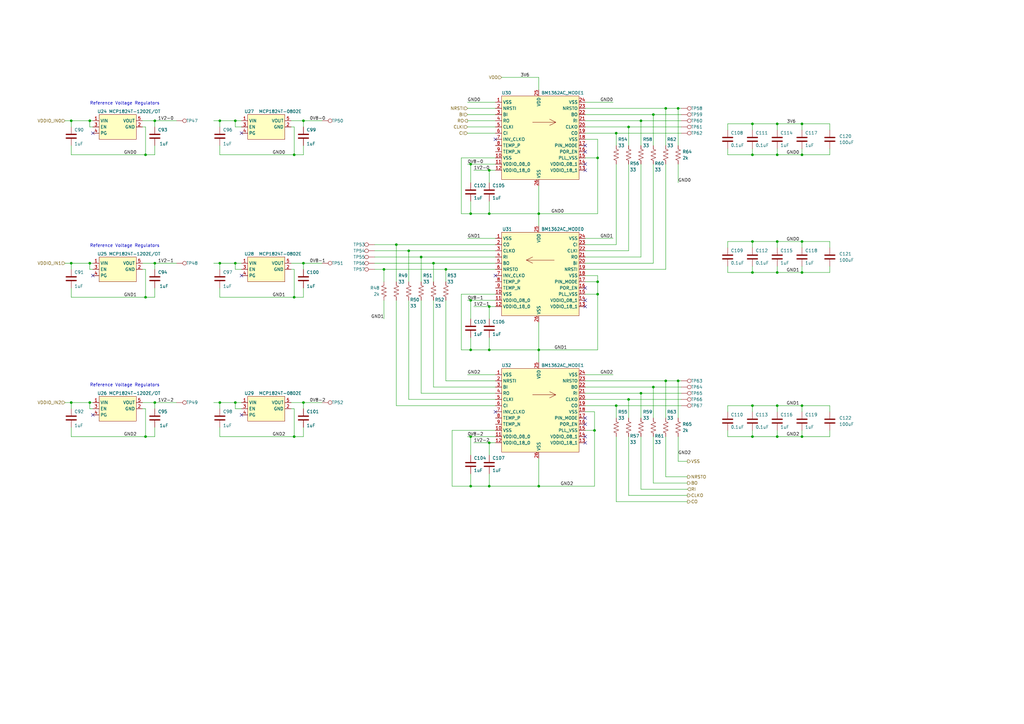
<source format=kicad_sch>
(kicad_sch (version 20231120) (generator "eeschema") (generator_version "8.0")
  (paper "A3")
  (junction (at 29.21 165.1) (diameter 0.9144))
  (junction (at 193.04 179.07))
  (junction (at 193.04 67.31))
  (junction (at 252.73 166.37))
  (junction (at 90.17 107.95) (diameter 0.9144))
  (junction (at 318.77 50.8) (diameter 0.9144))
  (junction (at 200.66 69.85))
  (junction (at 318.77 99.06) (diameter 0.9144))
  (junction (at 245.11 115.57))
  (junction (at 90.17 165.1) (diameter 0.9144))
  (junction (at 245.11 120.65))
  (junction (at 273.05 44.45))
  (junction (at 308.61 166.37) (diameter 0.9144))
  (junction (at 267.97 46.99))
  (junction (at 29.21 107.95) (diameter 0.9144))
  (junction (at 59.69 179.07) (diameter 0.9144))
  (junction (at 220.98 143.51))
  (junction (at 308.61 63.5) (diameter 0.9144))
  (junction (at 36.83 107.95))
  (junction (at 167.64 102.87))
  (junction (at 273.05 156.21))
  (junction (at 243.84 176.53))
  (junction (at 200.66 181.61))
  (junction (at 200.66 143.51))
  (junction (at 200.66 199.39))
  (junction (at 90.17 49.53) (diameter 0.9144))
  (junction (at 177.8 107.95))
  (junction (at 328.93 50.8))
  (junction (at 328.93 111.76))
  (junction (at 257.81 52.07))
  (junction (at 318.77 179.07) (diameter 0.9144))
  (junction (at 308.61 50.8) (diameter 0.9144))
  (junction (at 193.04 199.39))
  (junction (at 162.56 100.33))
  (junction (at 252.73 54.61))
  (junction (at 120.65 121.92) (diameter 0.9144))
  (junction (at 318.77 111.76) (diameter 0.9144))
  (junction (at 200.66 125.73))
  (junction (at 220.98 199.39))
  (junction (at 36.83 49.53))
  (junction (at 245.11 64.77))
  (junction (at 157.48 110.49))
  (junction (at 193.04 143.51))
  (junction (at 318.77 63.5) (diameter 0.9144))
  (junction (at 96.52 107.95))
  (junction (at 262.89 49.53))
  (junction (at 308.61 99.06) (diameter 0.9144))
  (junction (at 267.97 158.75))
  (junction (at 308.61 179.07) (diameter 0.9144))
  (junction (at 262.89 161.29))
  (junction (at 257.81 163.83))
  (junction (at 328.93 166.37))
  (junction (at 63.5 107.95) (diameter 0.9144))
  (junction (at 96.52 49.53))
  (junction (at 193.04 123.19))
  (junction (at 96.52 165.1))
  (junction (at 308.61 111.76) (diameter 0.9144))
  (junction (at 120.65 179.07) (diameter 0.9144))
  (junction (at 124.46 49.53) (diameter 0.9144))
  (junction (at 182.88 110.49))
  (junction (at 193.04 87.63))
  (junction (at 63.5 49.53) (diameter 0.9144))
  (junction (at 278.13 156.21))
  (junction (at 328.93 179.07))
  (junction (at 328.93 63.5))
  (junction (at 278.13 44.45))
  (junction (at 124.46 107.95) (diameter 0.9144))
  (junction (at 318.77 166.37) (diameter 0.9144))
  (junction (at 59.69 121.92) (diameter 0.9144))
  (junction (at 328.93 99.06))
  (junction (at 124.46 165.1) (diameter 0.9144))
  (junction (at 36.83 165.1))
  (junction (at 172.72 105.41))
  (junction (at 29.21 49.53) (diameter 0.9144))
  (junction (at 120.65 63.5) (diameter 0.9144))
  (junction (at 200.66 87.63))
  (junction (at 220.98 87.63))
  (junction (at 63.5 165.1) (diameter 0.9144))
  (junction (at 59.69 63.5) (diameter 0.9144))
  (no_connect (at 99.06 170.18))
  (no_connect (at 240.03 173.99))
  (no_connect (at 99.06 113.03))
  (no_connect (at 99.06 54.61))
  (no_connect (at 240.03 181.61))
  (no_connect (at 240.03 69.85))
  (no_connect (at 203.2 168.91))
  (no_connect (at 38.1 113.03))
  (no_connect (at 240.03 125.73))
  (no_connect (at 203.2 113.03))
  (no_connect (at 240.03 179.07))
  (no_connect (at 240.03 62.23))
  (no_connect (at 240.03 171.45))
  (no_connect (at 240.03 67.31))
  (no_connect (at 240.03 118.11))
  (no_connect (at 38.1 54.61))
  (no_connect (at 240.03 59.69))
  (no_connect (at 38.1 170.18))
  (no_connect (at 203.2 57.15))
  (no_connect (at 240.03 123.19))
  (wire (pts (xy 96.52 167.64) (xy 96.52 165.1)))
  (wire (pts (xy 252.73 54.61) (xy 252.73 59.69)))
  (wire (pts (xy 36.83 165.1) (xy 38.1 165.1)))
  (wire (pts (xy 278.13 156.21) (xy 273.05 156.21)))
  (wire (pts (xy 193.04 194.31) (xy 193.04 199.39)))
  (wire (pts (xy 182.88 110.49) (xy 203.2 110.49)))
  (wire (pts (xy 340.36 101.6) (xy 340.36 99.06)))
  (wire (pts (xy 63.5 107.95) (xy 72.39 107.95)))
  (wire (pts (xy 177.8 158.75) (xy 203.2 158.75)))
  (wire (pts (xy 262.89 67.31) (xy 262.89 105.41)))
  (wire (pts (xy 191.77 41.91) (xy 203.2 41.91)))
  (wire (pts (xy 29.21 118.11) (xy 29.21 121.92)))
  (wire (pts (xy 191.77 44.45) (xy 203.2 44.45)))
  (wire (pts (xy 63.5 59.69) (xy 63.5 63.5)))
  (wire (pts (xy 240.03 161.29) (xy 262.89 161.29)))
  (wire (pts (xy 298.45 50.8) (xy 308.61 50.8)))
  (wire (pts (xy 63.5 165.1) (xy 63.5 167.64)))
  (wire (pts (xy 308.61 179.07) (xy 318.77 179.07)))
  (wire (pts (xy 63.5 49.53) (xy 63.5 52.07)))
  (wire (pts (xy 58.42 165.1) (xy 63.5 165.1)))
  (wire (pts (xy 245.11 57.15) (xy 240.03 57.15)))
  (wire (pts (xy 120.65 63.5) (xy 90.17 63.5)))
  (wire (pts (xy 262.89 200.66) (xy 281.94 200.66)))
  (wire (pts (xy 124.46 49.53) (xy 132.08 49.53)))
  (wire (pts (xy 96.52 49.53) (xy 99.06 49.53)))
  (wire (pts (xy 318.77 109.22) (xy 318.77 111.76)))
  (wire (pts (xy 308.61 109.22) (xy 308.61 111.76)))
  (wire (pts (xy 240.03 158.75) (xy 267.97 158.75)))
  (wire (pts (xy 243.84 199.39) (xy 220.98 199.39)))
  (wire (pts (xy 273.05 44.45) (xy 273.05 59.69)))
  (wire (pts (xy 340.36 60.96) (xy 340.36 63.5)))
  (wire (pts (xy 157.48 123.19) (xy 157.48 130.81)))
  (wire (pts (xy 245.11 87.63) (xy 245.11 64.77)))
  (wire (pts (xy 193.04 199.39) (xy 200.66 199.39)))
  (wire (pts (xy 308.61 111.76) (xy 298.45 111.76)))
  (wire (pts (xy 203.2 107.95) (xy 177.8 107.95)))
  (wire (pts (xy 194.31 125.73) (xy 200.66 125.73)))
  (wire (pts (xy 257.81 52.07) (xy 279.4 52.07)))
  (wire (pts (xy 185.42 199.39) (xy 193.04 199.39)))
  (wire (pts (xy 193.04 67.31) (xy 193.04 74.93)))
  (wire (pts (xy 278.13 179.07) (xy 278.13 189.23)))
  (wire (pts (xy 200.66 181.61) (xy 200.66 186.69)))
  (wire (pts (xy 96.52 165.1) (xy 99.06 165.1)))
  (wire (pts (xy 298.45 101.6) (xy 298.45 99.06)))
  (wire (pts (xy 120.65 52.07) (xy 119.38 52.07)))
  (wire (pts (xy 63.5 175.26) (xy 63.5 179.07)))
  (wire (pts (xy 245.11 115.57) (xy 245.11 113.03)))
  (wire (pts (xy 278.13 44.45) (xy 273.05 44.45)))
  (wire (pts (xy 36.83 167.64) (xy 38.1 167.64)))
  (wire (pts (xy 182.88 156.21) (xy 182.88 123.19)))
  (wire (pts (xy 191.77 52.07) (xy 203.2 52.07)))
  (wire (pts (xy 153.67 107.95) (xy 177.8 107.95)))
  (wire (pts (xy 29.21 59.69) (xy 29.21 63.5)))
  (wire (pts (xy 119.38 165.1) (xy 124.46 165.1)))
  (wire (pts (xy 90.17 49.53) (xy 96.52 49.53)))
  (wire (pts (xy 273.05 156.21) (xy 240.03 156.21)))
  (wire (pts (xy 328.93 63.5) (xy 318.77 63.5)))
  (wire (pts (xy 328.93 179.07) (xy 340.36 179.07)))
  (wire (pts (xy 257.81 52.07) (xy 257.81 59.69)))
  (wire (pts (xy 167.64 102.87) (xy 203.2 102.87)))
  (wire (pts (xy 328.93 50.8) (xy 340.36 50.8)))
  (wire (pts (xy 278.13 156.21) (xy 278.13 171.45)))
  (wire (pts (xy 36.83 110.49) (xy 36.83 107.95)))
  (wire (pts (xy 124.46 165.1) (xy 132.08 165.1)))
  (wire (pts (xy 90.17 107.95) (xy 90.17 110.49)))
  (wire (pts (xy 308.61 63.5) (xy 318.77 63.5)))
  (wire (pts (xy 240.03 49.53) (xy 262.89 49.53)))
  (wire (pts (xy 340.36 53.34) (xy 340.36 50.8)))
  (wire (pts (xy 191.77 67.31) (xy 193.04 67.31)))
  (wire (pts (xy 257.81 163.83) (xy 240.03 163.83)))
  (wire (pts (xy 278.13 44.45) (xy 278.13 59.69)))
  (wire (pts (xy 308.61 166.37) (xy 318.77 166.37)))
  (wire (pts (xy 220.98 87.63) (xy 245.11 87.63)))
  (wire (pts (xy 279.4 156.21) (xy 278.13 156.21)))
  (wire (pts (xy 318.77 50.8) (xy 328.93 50.8)))
  (wire (pts (xy 124.46 165.1) (xy 124.46 167.64)))
  (wire (pts (xy 29.21 121.92) (xy 59.69 121.92)))
  (wire (pts (xy 328.93 166.37) (xy 340.36 166.37)))
  (wire (pts (xy 267.97 67.31) (xy 267.97 107.95)))
  (wire (pts (xy 193.04 67.31) (xy 203.2 67.31)))
  (wire (pts (xy 58.42 107.95) (xy 63.5 107.95)))
  (wire (pts (xy 182.88 115.57) (xy 182.88 110.49)))
  (wire (pts (xy 298.45 176.53) (xy 298.45 179.07)))
  (wire (pts (xy 90.17 165.1) (xy 96.52 165.1)))
  (wire (pts (xy 328.93 176.53) (xy 328.93 179.07)))
  (wire (pts (xy 240.03 46.99) (xy 267.97 46.99)))
  (wire (pts (xy 191.77 97.79) (xy 203.2 97.79)))
  (wire (pts (xy 191.77 153.67) (xy 203.2 153.67)))
  (wire (pts (xy 298.45 109.22) (xy 298.45 111.76)))
  (wire (pts (xy 318.77 168.91) (xy 318.77 166.37)))
  (wire (pts (xy 191.77 49.53) (xy 203.2 49.53)))
  (wire (pts (xy 220.98 87.63) (xy 220.98 92.71)))
  (wire (pts (xy 298.45 60.96) (xy 298.45 63.5)))
  (wire (pts (xy 240.03 110.49) (xy 273.05 110.49)))
  (wire (pts (xy 59.69 110.49) (xy 58.42 110.49)))
  (wire (pts (xy 59.69 110.49) (xy 59.69 121.92)))
  (wire (pts (xy 273.05 195.58) (xy 281.94 195.58)))
  (wire (pts (xy 273.05 156.21) (xy 273.05 171.45)))
  (wire (pts (xy 200.66 194.31) (xy 200.66 199.39)))
  (wire (pts (xy 203.2 100.33) (xy 162.56 100.33)))
  (wire (pts (xy 308.61 179.07) (xy 298.45 179.07)))
  (wire (pts (xy 120.65 52.07) (xy 120.65 63.5)))
  (wire (pts (xy 308.61 101.6) (xy 308.61 99.06)))
  (wire (pts (xy 124.46 59.69) (xy 124.46 63.5)))
  (wire (pts (xy 29.21 175.26) (xy 29.21 179.07)))
  (wire (pts (xy 153.67 105.41) (xy 172.72 105.41)))
  (wire (pts (xy 87.63 49.53) (xy 90.17 49.53)))
  (wire (pts (xy 340.36 109.22) (xy 340.36 111.76)))
  (wire (pts (xy 87.63 165.1) (xy 90.17 165.1)))
  (wire (pts (xy 203.2 120.65) (xy 189.23 120.65)))
  (wire (pts (xy 162.56 100.33) (xy 162.56 115.57)))
  (wire (pts (xy 29.21 49.53) (xy 36.83 49.53)))
  (wire (pts (xy 308.61 63.5) (xy 298.45 63.5)))
  (wire (pts (xy 267.97 179.07) (xy 267.97 198.12)))
  (wire (pts (xy 96.52 167.64) (xy 99.06 167.64)))
  (wire (pts (xy 318.77 166.37) (xy 328.93 166.37)))
  (wire (pts (xy 252.73 166.37) (xy 252.73 171.45)))
  (wire (pts (xy 124.46 49.53) (xy 124.46 52.07)))
  (wire (pts (xy 340.36 168.91) (xy 340.36 166.37)))
  (wire (pts (xy 120.65 179.07) (xy 90.17 179.07)))
  (wire (pts (xy 240.03 41.91) (xy 251.46 41.91)))
  (wire (pts (xy 328.93 179.07) (xy 318.77 179.07)))
  (wire (pts (xy 29.21 107.95) (xy 36.83 107.95)))
  (wire (pts (xy 308.61 176.53) (xy 308.61 179.07)))
  (wire (pts (xy 245.11 120.65) (xy 245.11 115.57)))
  (wire (pts (xy 298.45 166.37) (xy 308.61 166.37)))
  (wire (pts (xy 273.05 67.31) (xy 273.05 110.49)))
  (wire (pts (xy 59.69 167.64) (xy 58.42 167.64)))
  (wire (pts (xy 124.46 121.92) (xy 120.65 121.92)))
  (wire (pts (xy 203.2 163.83) (xy 167.64 163.83)))
  (wire (pts (xy 124.46 107.95) (xy 132.08 107.95)))
  (wire (pts (xy 279.4 44.45) (xy 278.13 44.45)))
  (wire (pts (xy 220.98 76.2) (xy 220.98 87.63)))
  (wire (pts (xy 193.04 123.19) (xy 203.2 123.19)))
  (wire (pts (xy 193.04 123.19) (xy 193.04 130.81)))
  (wire (pts (xy 240.03 115.57) (xy 245.11 115.57)))
  (wire (pts (xy 308.61 168.91) (xy 308.61 166.37)))
  (wire (pts (xy 200.66 69.85) (xy 203.2 69.85)))
  (wire (pts (xy 318.77 99.06) (xy 328.93 99.06)))
  (wire (pts (xy 267.97 46.99) (xy 279.4 46.99)))
  (wire (pts (xy 318.77 60.96) (xy 318.77 63.5)))
  (wire (pts (xy 328.93 53.34) (xy 328.93 50.8)))
  (wire (pts (xy 124.46 107.95) (xy 124.46 110.49)))
  (wire (pts (xy 308.61 60.96) (xy 308.61 63.5)))
  (wire (pts (xy 240.03 64.77) (xy 245.11 64.77)))
  (wire (pts (xy 59.69 52.07) (xy 58.42 52.07)))
  (wire (pts (xy 63.5 49.53) (xy 72.39 49.53)))
  (wire (pts (xy 59.69 167.64) (xy 59.69 179.07)))
  (wire (pts (xy 243.84 176.53) (xy 243.84 199.39)))
  (wire (pts (xy 58.42 49.53) (xy 63.5 49.53)))
  (wire (pts (xy 193.04 87.63) (xy 200.66 87.63)))
  (wire (pts (xy 340.36 176.53) (xy 340.36 179.07)))
  (wire (pts (xy 200.66 125.73) (xy 200.66 130.81)))
  (wire (pts (xy 251.46 153.67) (xy 240.03 153.67)))
  (wire (pts (xy 267.97 46.99) (xy 267.97 59.69)))
  (wire (pts (xy 240.03 120.65) (xy 245.11 120.65)))
  (wire (pts (xy 200.66 69.85) (xy 200.66 74.93)))
  (wire (pts (xy 120.65 121.92) (xy 90.17 121.92)))
  (wire (pts (xy 298.45 168.91) (xy 298.45 166.37)))
  (wire (pts (xy 96.52 110.49) (xy 96.52 107.95)))
  (wire (pts (xy 252.73 54.61) (xy 279.4 54.61)))
  (wire (pts (xy 90.17 59.69) (xy 90.17 63.5)))
  (wire (pts (xy 203.2 64.77) (xy 189.23 64.77)))
  (wire (pts (xy 267.97 198.12) (xy 281.94 198.12)))
  (wire (pts (xy 124.46 179.07) (xy 120.65 179.07)))
  (wire (pts (xy 240.03 102.87) (xy 257.81 102.87)))
  (wire (pts (xy 194.31 181.61) (xy 200.66 181.61)))
  (wire (pts (xy 157.48 110.49) (xy 182.88 110.49)))
  (wire (pts (xy 90.17 118.11) (xy 90.17 121.92)))
  (wire (pts (xy 177.8 107.95) (xy 177.8 115.57)))
  (wire (pts (xy 120.65 167.64) (xy 120.65 179.07)))
  (wire (pts (xy 298.45 99.06) (xy 308.61 99.06)))
  (wire (pts (xy 262.89 161.29) (xy 279.4 161.29)))
  (wire (pts (xy 36.83 49.53) (xy 38.1 49.53)))
  (wire (pts (xy 124.46 175.26) (xy 124.46 179.07)))
  (wire (pts (xy 36.83 110.49) (xy 38.1 110.49)))
  (wire (pts (xy 189.23 64.77) (xy 189.23 87.63)))
  (wire (pts (xy 200.66 87.63) (xy 220.98 87.63)))
  (wire (pts (xy 191.77 179.07) (xy 193.04 179.07)))
  (wire (pts (xy 240.03 166.37) (xy 252.73 166.37)))
  (wire (pts (xy 245.11 113.03) (xy 240.03 113.03)))
  (wire (pts (xy 162.56 166.37) (xy 203.2 166.37)))
  (wire (pts (xy 220.98 199.39) (xy 200.66 199.39)))
  (wire (pts (xy 308.61 99.06) (xy 318.77 99.06)))
  (wire (pts (xy 262.89 49.53) (xy 279.4 49.53)))
  (wire (pts (xy 63.5 179.07) (xy 59.69 179.07)))
  (wire (pts (xy 205.74 31.75) (xy 220.98 31.75)))
  (wire (pts (xy 193.04 138.43) (xy 193.04 143.51)))
  (wire (pts (xy 328.93 111.76) (xy 318.77 111.76)))
  (wire (pts (xy 36.83 52.07) (xy 36.83 49.53)))
  (wire (pts (xy 193.04 82.55) (xy 193.04 87.63)))
  (wire (pts (xy 318.77 101.6) (xy 318.77 99.06)))
  (wire (pts (xy 90.17 175.26) (xy 90.17 179.07)))
  (wire (pts (xy 29.21 165.1) (xy 29.21 167.64)))
  (wire (pts (xy 257.81 203.2) (xy 281.94 203.2)))
  (wire (pts (xy 36.83 107.95) (xy 38.1 107.95)))
  (wire (pts (xy 318.77 53.34) (xy 318.77 50.8)))
  (wire (pts (xy 240.03 54.61) (xy 252.73 54.61)))
  (wire (pts (xy 220.98 187.96) (xy 220.98 199.39)))
  (wire (pts (xy 262.89 161.29) (xy 262.89 171.45)))
  (wire (pts (xy 29.21 165.1) (xy 36.83 165.1)))
  (wire (pts (xy 191.77 54.61) (xy 203.2 54.61)))
  (wire (pts (xy 220.98 143.51) (xy 245.11 143.51)))
  (wire (pts (xy 63.5 121.92) (xy 59.69 121.92)))
  (wire (pts (xy 328.93 168.91) (xy 328.93 166.37)))
  (wire (pts (xy 153.67 110.49) (xy 157.48 110.49)))
  (wire (pts (xy 29.21 179.07) (xy 59.69 179.07)))
  (wire (pts (xy 267.97 158.75) (xy 267.97 171.45)))
  (wire (pts (xy 328.93 63.5) (xy 340.36 63.5)))
  (wire (pts (xy 189.23 87.63) (xy 193.04 87.63)))
  (wire (pts (xy 90.17 107.95) (xy 96.52 107.95)))
  (wire (pts (xy 308.61 50.8) (xy 318.77 50.8)))
  (wire (pts (xy 252.73 166.37) (xy 279.4 166.37)))
  (wire (pts (xy 167.64 115.57) (xy 167.64 102.87)))
  (wire (pts (xy 63.5 107.95) (xy 63.5 110.49)))
  (wire (pts (xy 252.73 67.31) (xy 252.73 100.33)))
  (wire (pts (xy 124.46 63.5) (xy 120.65 63.5)))
  (wire (pts (xy 172.72 123.19) (xy 172.72 161.29)))
  (wire (pts (xy 328.93 111.76) (xy 340.36 111.76)))
  (wire (pts (xy 257.81 179.07) (xy 257.81 203.2)))
  (wire (pts (xy 251.46 97.79) (xy 240.03 97.79)))
  (wire (pts (xy 252.73 205.74) (xy 281.94 205.74)))
  (wire (pts (xy 172.72 105.41) (xy 172.72 115.57)))
  (wire (pts (xy 157.48 110.49) (xy 157.48 115.57)))
  (wire (pts (xy 120.65 167.64) (xy 119.38 167.64)))
  (wire (pts (xy 189.23 143.51) (xy 193.04 143.51)))
  (wire (pts (xy 177.8 123.19) (xy 177.8 158.75)))
  (wire (pts (xy 96.52 107.95) (xy 99.06 107.95)))
  (wire (pts (xy 262.89 49.53) (xy 262.89 59.69)))
  (wire (pts (xy 29.21 107.95) (xy 29.21 110.49)))
  (wire (pts (xy 200.66 138.43) (xy 200.66 143.51)))
  (wire (pts (xy 240.03 176.53) (xy 243.84 176.53)))
  (wire (pts (xy 328.93 99.06) (xy 340.36 99.06)))
  (wire (pts (xy 328.93 109.22) (xy 328.93 111.76)))
  (wire (pts (xy 243.84 168.91) (xy 243.84 176.53)))
  (wire (pts (xy 252.73 100.33) (xy 240.03 100.33)))
  (wire (pts (xy 328.93 101.6) (xy 328.93 99.06)))
  (wire (pts (xy 257.81 67.31) (xy 257.81 102.87)))
  (wire (pts (xy 153.67 100.33) (xy 162.56 100.33)))
  (wire (pts (xy 240.03 168.91) (xy 243.84 168.91)))
  (wire (pts (xy 262.89 105.41) (xy 240.03 105.41)))
  (wire (pts (xy 189.23 120.65) (xy 189.23 143.51)))
  (wire (pts (xy 328.93 60.96) (xy 328.93 63.5)))
  (wire (pts (xy 63.5 165.1) (xy 72.39 165.1)))
  (wire (pts (xy 120.65 110.49) (xy 120.65 121.92)))
  (wire (pts (xy 124.46 118.11) (xy 124.46 121.92)))
  (wire (pts (xy 36.83 167.64) (xy 36.83 165.1)))
  (wire (pts (xy 245.11 64.77) (xy 245.11 57.15)))
  (wire (pts (xy 220.98 132.08) (xy 220.98 143.51)))
  (wire (pts (xy 278.13 67.31) (xy 278.13 74.93)))
  (wire (pts (xy 273.05 179.07) (xy 273.05 195.58)))
  (wire (pts (xy 267.97 158.75) (xy 279.4 158.75)))
  (wire (pts (xy 220.98 36.83) (xy 220.98 31.75)))
  (wire (pts (xy 200.66 181.61) (xy 203.2 181.61)))
  (wire (pts (xy 298.45 53.34) (xy 298.45 50.8)))
  (wire (pts (xy 193.04 179.07) (xy 193.04 186.69)))
  (wire (pts (xy 119.38 49.53) (xy 124.46 49.53)))
  (wire (pts (xy 257.81 163.83) (xy 279.4 163.83)))
  (wire (pts (xy 96.52 52.07) (xy 96.52 49.53)))
  (wire (pts (xy 262.89 179.07) (xy 262.89 200.66)))
  (wire (pts (xy 63.5 118.11) (xy 63.5 121.92)))
  (wire (pts (xy 245.11 143.51) (xy 245.11 120.65)))
  (wire (pts (xy 257.81 163.83) (xy 257.81 171.45)))
  (wire (pts (xy 96.52 110.49) (xy 99.06 110.49)))
  (wire (pts (xy 194.31 69.85) (xy 200.66 69.85)))
  (wire (pts (xy 318.77 176.53) (xy 318.77 179.07)))
  (wire (pts (xy 185.42 176.53) (xy 185.42 199.39)))
  (wire (pts (xy 203.2 105.41) (xy 172.72 105.41)))
  (wire (pts (xy 193.04 179.07) (xy 203.2 179.07)))
  (wire (pts (xy 59.69 52.07) (xy 59.69 63.5)))
  (wire (pts (xy 162.56 123.19) (xy 162.56 166.37)))
  (wire (pts (xy 153.67 102.87) (xy 167.64 102.87)))
  (wire (pts (xy 36.83 52.07) (xy 38.1 52.07)))
  (wire (pts (xy 87.63 107.95) (xy 90.17 107.95)))
  (wire (pts (xy 90.17 165.1) (xy 90.17 167.64)))
  (wire (pts (xy 172.72 161.29) (xy 203.2 161.29)))
  (wire (pts (xy 26.67 107.95) (xy 29.21 107.95)))
  (wire (pts (xy 96.52 52.07) (xy 99.06 52.07)))
  (wire (pts (xy 193.04 143.51) (xy 200.66 143.51)))
  (wire (pts (xy 90.17 49.53) (xy 90.17 52.07)))
  (wire (pts (xy 200.66 143.51) (xy 220.98 143.51)))
  (wire (pts (xy 308.61 53.34) (xy 308.61 50.8)))
  (wire (pts (xy 281.94 189.23) (xy 278.13 189.23)))
  (wire (pts (xy 26.67 49.53) (xy 29.21 49.53)))
  (wire (pts (xy 200.66 82.55) (xy 200.66 87.63)))
  (wire (pts (xy 203.2 156.21) (xy 182.88 156.21)))
  (wire (pts (xy 29.21 63.5) (xy 59.69 63.5)))
  (wire (pts (xy 308.61 111.76) (xy 318.77 111.76)))
  (wire (pts (xy 273.05 44.45) (xy 240.03 44.45)))
  (wire (pts (xy 191.77 46.99) (xy 203.2 46.99)))
  (wire (pts (xy 120.65 110.49) (xy 119.38 110.49)))
  (wire (pts (xy 167.64 163.83) (xy 167.64 123.19)))
  (wire (pts (xy 220.98 143.51) (xy 220.98 148.59)))
  (wire (pts (xy 252.73 179.07) (xy 252.73 205.74)))
  (wire (pts (xy 203.2 176.53) (xy 185.42 176.53)))
  (wire (pts (xy 119.38 107.95) (xy 124.46 107.95)))
  (wire (pts (xy 26.67 165.1) (xy 29.21 165.1)))
  (wire (pts (xy 29.21 49.53) (xy 29.21 52.07)))
  (wire (pts (xy 257.81 52.07) (xy 240.03 52.07)))
  (wire (pts (xy 63.5 63.5) (xy 59.69 63.5)))
  (wire (pts (xy 200.66 125.73) (xy 203.2 125.73)))
  (wire (pts (xy 191.77 123.19) (xy 193.04 123.19)))
  (wire (pts (xy 267.97 107.95) (xy 240.03 107.95)))
  (text "Reference Voltage Regulators" (at 36.83 43.18 0) (effects (font (size 1.27 1.27)) (justify left bottom)))
  (text "Reference Voltage Regulators" (at 36.83 158.75 0) (effects (font (size 1.27 1.27)) (justify left bottom)))
  (text "Reference Voltage Regulators" (at 36.83 101.6 0) (effects (font (size 1.27 1.27)) (justify left bottom)))
  (label "1V2-1" (at 194.31 125.73 0))
  (label "GND0" (at 322.58 99.06 0))
  (label "0V8-1" (at 127 107.95 0))
  (label "GND1" (at 322.58 111.76 0))
  (label "1V2-2" (at 64.77 165.1 0))
  (label "GND0" (at 191.77 41.91 0))
  (label "1V2-2" (at 194.31 181.61 0))
  (label "0V8-0" (at 127 49.53 0))
  (label "GND0" (at 111.76 63.5 0))
  (label "0V8-0" (at 191.77 67.31 0))
  (label "GND0" (at 50.8 63.5 0))
  (label "3V6" (at 326.39 50.8 180))
  (label "GND2" (at 50.8 179.07 0))
  (label "1V2-0" (at 64.77 49.53 0))
  (label "GND1" (at 227.33 143.51 0))
  (label "GND0" (at 226.06 87.63 0))
  (label "GND2" (at 278.13 186.69 0))
  (label "GND1" (at 251.46 97.79 180))
  (label "GND0" (at 322.58 63.5 0))
  (label "GND2" (at 191.77 153.67 0))
  (label "GND1" (at 157.48 130.81 180))
  (label "GND0" (at 278.13 74.93 0))
  (label "0V8-2" (at 127 165.1 0))
  (label "0V8-1" (at 191.77 123.19 0))
  (label "GND0" (at 251.46 41.91 180))
  (label "0V8-2" (at 191.77 179.07 0))
  (label "GND1" (at 322.58 166.37 0))
  (label "GND2" (at 111.76 179.07 0))
  (label "GND1" (at 111.76 121.92 0))
  (label "GND1" (at 50.8 121.92 0))
  (label "GND2" (at 229.87 199.39 0))
  (label "3V6" (at 217.17 31.75 180))
  (label "GND2" (at 251.46 153.67 180))
  (label "1V2-0" (at 194.31 69.85 0))
  (label "GND2" (at 322.58 179.07 0))
  (label "GND1" (at 191.77 97.79 0))
  (label "1V2-1" (at 64.77 107.95 0))
  (hierarchical_label "NRSTO" (shape output) (at 281.94 195.58 0))
  (hierarchical_label "CLKO" (shape output) (at 281.94 203.2 0))
  (hierarchical_label "VDDIO_IN0" (shape input) (at 26.67 49.53 180))
  (hierarchical_label "BI" (shape input) (at 191.77 46.99 180))
  (hierarchical_label "NRSTI" (shape input) (at 191.77 44.45 180))
  (hierarchical_label "VDDIO_IN1" (shape input) (at 26.67 107.95 180))
  (hierarchical_label "CLKI" (shape input) (at 191.77 52.07 180))
  (hierarchical_label "RI" (shape input) (at 281.94 200.66 0))
  (hierarchical_label "RO" (shape output) (at 191.77 49.53 180))
  (hierarchical_label "BO" (shape output) (at 281.94 198.12 0))
  (hierarchical_label "CO" (shape output) (at 281.94 205.74 0))
  (hierarchical_label "VDD" (shape input) (at 205.74 31.75 180))
  (hierarchical_label "VDDIO_IN2" (shape input) (at 26.67 165.1 180))
  (hierarchical_label "CI" (shape input) (at 191.77 54.61 180))
  (hierarchical_label "VSS" (shape output) (at 281.94 189.23 0))
  (symbol (lib_id "Device:C") (at 63.5 114.3 0) (unit 1)
    (property "Reference" "C94" (at 64.77 112.395 0) (effects (justify left bottom)))
    (property "Value" "1uF" (at 65.405 118.11 0) (effects (justify left bottom)))
    (property "Footprint" "Capacitor_SMD:C_0402_1005Metric" (effects (hide yes)))
    (property "DK" "587-5514-1-ND" (effects (hide yes)))
    (property "PARTNO" "EMK105BJ105MV-F" (effects (hide yes)))
    (instances (project "emberone" (path "" (reference "C94") (unit 1)) (path "" (reference "C127") (unit 1))))
  )
  (symbol (lib_id "Connector:TestPoint") (at 132.08 165.1 270) (mirror x) (unit 1) (in_bom no)
    (property "Reference" "TP52" (at 138.43 165.1 90))
    (property "Value" "TestPoint" (effects (hide yes)))
    (property "Footprint" "TestPoint:TestPoint_Pad_D1.5mm" (effects (hide yes)))
    (instances (project "emberone" (path "" (reference "TP52") (unit 1)) (path "" (reference "TP73") (unit 1))))
  )
  (symbol (lib_id "Device:C") (at 340.36 172.72 0) (unit 1)
    (property "Reference" "C122" (at 344.17 171.4499 0) (effects (justify left)))
    (property "Value" "100uF" (at 344.17 173.9899 0) (effects (justify left)))
    (property "Footprint" "Capacitor_SMD:C_1206_3216Metric" (effects (hide yes)))
    (property "Description" "Unpolarized capacitor" (effects (hide yes)))
    (property "DK" "1276-1782-1-ND" (effects (hide yes)))
    (property "PARTNO" "CL31A107MQHNNNE" (effects (hide yes)))
    (instances (project "emberone" (path "" (reference "C122") (unit 1)) (path "" (reference "C155") (unit 1))))
  )
  (symbol (lib_id "Connector:TestPoint") (at 132.08 107.95 270) (mirror x) (unit 1) (in_bom no)
    (property "Reference" "TP51" (at 138.43 107.95 90))
    (property "Value" "TestPoint" (effects (hide yes)))
    (property "Footprint" "TestPoint:TestPoint_Pad_D1.5mm" (effects (hide yes)))
    (instances (project "emberone" (path "" (reference "TP51") (unit 1)) (path "" (reference "TP72") (unit 1))))
  )
  (symbol (lib_id "Device:C") (at 29.21 114.3 0) (unit 1)
    (property "Reference" "C91" (at 30.48 112.395 0) (effects (justify left bottom)))
    (property "Value" "1uF" (at 30.48 118.11 0) (effects (justify left bottom)))
    (property "Footprint" "Capacitor_SMD:C_0402_1005Metric" (effects (hide yes)))
    (property "DK" "587-5514-1-ND" (effects (hide yes)))
    (property "PARTNO" "EMK105BJ105MV-F" (effects (hide yes)))
    (instances (project "emberone" (path "" (reference "C91") (unit 1)) (path "" (reference "C124") (unit 1))))
  )
  (symbol (lib_name "MCP1824_1") (lib_id "bitaxe:MCP1824") (at 109.22 166.37 0) (unit 1)
    (property "Reference" "U29" (at 102.235 161.29 0))
    (property "Value" "MCP1824T-0802E" (at 114.935 161.29 0))
    (property "Footprint" "Package_TO_SOT_SMD:SOT-23-5" (effects (hide yes)))
    (property "Datasheet" "https://ww1.microchip.com/downloads/en/DeviceDoc/22070a.pdf" (effects (hide yes)))
    (property "PARTNO" "MCP1824T-0802E/OT" (effects (hide yes)))
    (property "DK" "MCP1824T-0802E/OTCT-ND" (effects (hide yes)))
    (instances (project "emberone" (path "" (reference "U29") (unit 1)) (path "" (reference "U38") (unit 1))))
  )
  (symbol (lib_name "MCP1824_1") (lib_id "bitaxe:MCP1824") (at 109.22 109.22 0) (unit 1)
    (property "Reference" "U28" (at 102.235 104.14 0))
    (property "Value" "MCP1824T-0802E" (at 114.935 104.14 0))
    (property "Footprint" "Package_TO_SOT_SMD:SOT-23-5" (effects (hide yes)))
    (property "Datasheet" "https://ww1.microchip.com/downloads/en/DeviceDoc/22070a.pdf" (effects (hide yes)))
    (property "PARTNO" "MCP1824T-0802E/OT" (effects (hide yes)))
    (property "DK" "MCP1824T-0802E/OTCT-ND" (effects (hide yes)))
    (instances (project "emberone" (path "" (reference "U28") (unit 1)) (path "" (reference "U37") (unit 1))))
  )
  (symbol (lib_id "Connector:TestPoint") (at 279.4 44.45 270) (unit 1) (in_bom no)
    (property "Reference" "TP58" (at 285.75 44.45 90))
    (property "Value" "TestPoint" (effects (hide yes)))
    (property "Footprint" "TestPoint:TestPoint_Pad_D1.5mm" (effects (hide yes)))
    (instances (project "emberone" (path "" (reference "TP58") (unit 1)) (path "" (reference "TP79") (unit 1))))
  )
  (symbol (lib_id "Connector:TestPoint") (at 153.67 100.33 90) (mirror x) (unit 1) (in_bom no)
    (property "Reference" "TP53" (at 147.32 100.33 90))
    (property "Value" "TestPoint" (effects (hide yes)))
    (property "Footprint" "TestPoint:TestPoint_Pad_D1.5mm" (effects (hide yes)))
    (instances (project "emberone" (path "" (reference "TP53") (unit 1)) (path "" (reference "TP74") (unit 1))))
  )
  (symbol (lib_id "Device:R_US") (at 257.81 63.5 0) (unit 1)
    (property "Reference" "R56" (at 258.318 67.056 0) (effects (justify left)))
    (property "Value" "33" (at 258.318 69.596 0) (effects (justify left)))
    (property "Footprint" "Resistor_SMD:R_0402_1005Metric" (effects (hide yes)))
    (property "Description" "Resistor, US symbol" (effects (hide yes)))
    (instances (project "emberone" (path "" (reference "R56") (unit 1)) (path "" (reference "R74") (unit 1))))
  )
  (symbol (lib_id "Connector:TestPoint") (at 279.4 54.61 270) (unit 1) (in_bom no)
    (property "Reference" "TP62" (at 285.75 54.61 90))
    (property "Value" "TestPoint" (effects (hide yes)))
    (property "Footprint" "TestPoint:TestPoint_Pad_D1.5mm" (effects (hide yes)))
    (instances (project "emberone" (path "" (reference "TP62") (unit 1)) (path "" (reference "TP83") (unit 1))))
  )
  (symbol (lib_id "Device:C") (at 318.77 57.15 0) (unit 1)
    (property "Reference" "C114" (at 320.04 55.245 0) (effects (justify left bottom)))
    (property "Value" "1uF" (at 320.04 60.325 0) (effects (justify left bottom)))
    (property "Footprint" "Capacitor_SMD:C_0402_1005Metric" (effects (hide yes)))
    (property "DK" "587-5514-1-ND" (effects (hide yes)))
    (property "PARTNO" "EMK105BJ105MV-F" (effects (hide yes)))
    (instances (project "emberone" (path "" (reference "C114") (unit 1)) (path "" (reference "C147") (unit 1))))
  )
  (symbol (lib_id "Device:C") (at 124.46 114.3 0) (unit 1)
    (property "Reference" "C100" (at 125.73 112.395 0) (effects (justify left bottom)))
    (property "Value" "1uF" (at 125.73 118.11 0) (effects (justify left bottom)))
    (property "Footprint" "Capacitor_SMD:C_0402_1005Metric" (effects (hide yes)))
    (property "DK" "587-5514-1-ND" (effects (hide yes)))
    (property "PARTNO" "EMK105BJ105MV-F" (effects (hide yes)))
    (instances (project "emberone" (path "" (reference "C100") (unit 1)) (path "" (reference "C133") (unit 1))))
  )
  (symbol (lib_id "Device:R_US") (at 273.05 63.5 0) (unit 1)
    (property "Reference" "R62" (at 273.558 57.15 0) (effects (justify left)))
    (property "Value" "33" (at 273.558 59.69 0) (effects (justify left)))
    (property "Footprint" "Resistor_SMD:R_0402_1005Metric" (effects (hide yes)))
    (property "Description" "Resistor, US symbol" (effects (hide yes)))
    (instances (project "emberone" (path "" (reference "R62") (unit 1)) (path "" (reference "R80") (unit 1))))
  )
  (symbol (lib_id "Connector:TestPoint") (at 279.4 156.21 270) (unit 1) (in_bom no)
    (property "Reference" "TP63" (at 285.75 156.21 90))
    (property "Value" "TestPoint" (effects (hide yes)))
    (property "Footprint" "TestPoint:TestPoint_Pad_D1.5mm" (effects (hide yes)))
    (instances (project "emberone" (path "" (reference "TP63") (unit 1)) (path "" (reference "TP84") (unit 1))))
  )
  (symbol (lib_id "Device:R_US") (at 182.88 119.38 0) (unit 1)
    (property "Reference" "R53" (at 183.388 113.03 0) (effects (justify left)))
    (property "Value" "33" (at 183.388 115.57 0) (effects (justify left)))
    (property "Footprint" "Resistor_SMD:R_0402_1005Metric" (effects (hide yes)))
    (property "Description" "Resistor, US symbol" (effects (hide yes)))
    (instances (project "emberone" (path "" (reference "R53") (unit 1)) (path "" (reference "R71") (unit 1))))
  )
  (symbol (lib_id "Device:C") (at 90.17 171.45 0) (unit 1)
    (property "Reference" "C98" (at 91.44 169.545 0) (effects (justify left bottom)))
    (property "Value" "1uF" (at 91.44 175.26 0) (effects (justify left bottom)))
    (property "Footprint" "Capacitor_SMD:C_0402_1005Metric" (effects (hide yes)))
    (property "DK" "587-5514-1-ND" (effects (hide yes)))
    (property "PARTNO" "EMK105BJ105MV-F" (effects (hide yes)))
    (instances (project "emberone" (path "" (reference "C98") (unit 1)) (path "" (reference "C131") (unit 1))))
  )
  (symbol (lib_id "Connector:TestPoint") (at 279.4 46.99 270) (unit 1) (in_bom no)
    (property "Reference" "TP59" (at 285.75 46.99 90))
    (property "Value" "TestPoint" (effects (hide yes)))
    (property "Footprint" "TestPoint:TestPoint_Pad_D1.5mm" (effects (hide yes)))
    (instances (project "emberone" (path "" (reference "TP59") (unit 1)) (path "" (reference "TP80") (unit 1))))
  )
  (symbol (lib_id "Device:R_US") (at 257.81 175.26 0) (unit 1)
    (property "Reference" "R57" (at 258.318 178.816 0) (effects (justify left)))
    (property "Value" "33" (at 258.318 181.356 0) (effects (justify left)))
    (property "Footprint" "Resistor_SMD:R_0402_1005Metric" (effects (hide yes)))
    (property "Description" "Resistor, US symbol" (effects (hide yes)))
    (instances (project "emberone" (path "" (reference "R57") (unit 1)) (path "" (reference "R75") (unit 1))))
  )
  (symbol (lib_id "Device:C") (at 90.17 114.3 0) (unit 1)
    (property "Reference" "C97" (at 91.44 112.395 0) (effects (justify left bottom)))
    (property "Value" "1uF" (at 91.44 118.11 0) (effects (justify left bottom)))
    (property "Footprint" "Capacitor_SMD:C_0402_1005Metric" (effects (hide yes)))
    (property "DK" "587-5514-1-ND" (effects (hide yes)))
    (property "PARTNO" "EMK105BJ105MV-F" (effects (hide yes)))
    (instances (project "emberone" (path "" (reference "C97") (unit 1)) (path "" (reference "C130") (unit 1))))
  )
  (symbol (lib_id "emberone:BM1362AC_MODE1") (at 220.98 55.88 0) (unit 1)
    (property "Reference" "U30" (at 205.74 38.1 0) (effects (justify left)))
    (property "Value" "BM1362AC_MODE1" (at 221.996 38.1 0) (effects (justify left)))
    (property "Footprint" "emberone:BM1362AC" (effects (hide yes)))
    (instances (project "emberone" (path "" (reference "U30") (unit 1)) (path "" (reference "U39") (unit 1))))
  )
  (symbol (lib_id "bitaxe:MCP1824") (at 48.26 50.8 0) (unit 1)
    (property "Reference" "U24" (at 41.91 45.72 0))
    (property "Value" "MCP1824T-1202E/OT" (at 55.245 45.72 0))
    (property "Footprint" "Package_TO_SOT_SMD:SOT-23-5" (effects (hide yes)))
    (property "Datasheet" "https://ww1.microchip.com/downloads/en/DeviceDoc/22070a.pdf" (effects (hide yes)))
    (property "PARTNO" "MCP1824T-1202E/OT" (effects (hide yes)))
    (property "DK" "MCP1824T-1202E/OTCT-ND" (effects (hide yes)))
    (instances (project "emberone" (path "" (reference "U24") (unit 1)) (path "" (reference "U33") (unit 1))))
  )
  (symbol (lib_id "Device:R_US") (at 252.73 175.26 0) (unit 1)
    (property "Reference" "R55" (at 253.492 168.91 0) (effects (justify left)))
    (property "Value" "33" (at 253.492 171.45 0) (effects (justify left)))
    (property "Footprint" "Resistor_SMD:R_0402_1005Metric" (effects (hide yes)))
    (property "Description" "Resistor, US symbol" (effects (hide yes)))
    (instances (project "emberone" (path "" (reference "R55") (unit 1)) (path "" (reference "R73") (unit 1))))
  )
  (symbol (lib_id "bitaxe:MCP1824") (at 48.26 166.37 0) (unit 1)
    (property "Reference" "U26" (at 41.91 161.29 0))
    (property "Value" "MCP1824T-1202E/OT" (at 55.245 161.29 0))
    (property "Footprint" "Package_TO_SOT_SMD:SOT-23-5" (effects (hide yes)))
    (property "Datasheet" "https://ww1.microchip.com/downloads/en/DeviceDoc/22070a.pdf" (effects (hide yes)))
    (property "PARTNO" "MCP1824T-1202E/OT" (effects (hide yes)))
    (property "DK" "MCP1824T-1202E/OTCT-ND" (effects (hide yes)))
    (instances (project "emberone" (path "" (reference "U26") (unit 1)) (path "" (reference "U35") (unit 1))))
  )
  (symbol (lib_id "Device:C") (at 308.61 57.15 0) (unit 1)
    (property "Reference" "C111" (at 309.88 55.245 0) (effects (justify left bottom)))
    (property "Value" "0.1uF" (at 309.88 60.325 0) (effects (justify left bottom)))
    (property "Footprint" "Capacitor_SMD:C_0402_1005Metric" (effects (hide yes)))
    (property "DK" "1276-1234-1-ND" (effects (hide yes)))
    (property "PARTNO" "CL05A104KO5NNNC" (effects (hide yes)))
    (instances (project "emberone" (path "" (reference "C111") (unit 1)) (path "" (reference "C144") (unit 1))))
  )
  (symbol (lib_id "Connector:TestPoint") (at 279.4 49.53 270) (unit 1) (in_bom no)
    (property "Reference" "TP60" (at 285.75 49.53 90))
    (property "Value" "TestPoint" (effects (hide yes)))
    (property "Footprint" "TestPoint:TestPoint_Pad_D1.5mm" (effects (hide yes)))
    (instances (project "emberone" (path "" (reference "TP60") (unit 1)) (path "" (reference "TP81") (unit 1))))
  )
  (symbol (lib_id "Connector:TestPoint") (at 279.4 161.29 270) (unit 1) (in_bom no)
    (property "Reference" "TP65" (at 285.75 161.29 90))
    (property "Value" "TestPoint" (effects (hide yes)))
    (property "Footprint" "TestPoint:TestPoint_Pad_D1.5mm" (effects (hide yes)))
    (instances (project "emberone" (path "" (reference "TP65") (unit 1)) (path "" (reference "TP86") (unit 1))))
  )
  (symbol (lib_id "Device:C") (at 298.45 172.72 0) (unit 1)
    (property "Reference" "C110" (at 299.72 170.815 0) (effects (justify left bottom)))
    (property "Value" "0.1uF" (at 299.72 175.895 0) (effects (justify left bottom)))
    (property "Footprint" "Capacitor_SMD:C_0402_1005Metric" (effects (hide yes)))
    (property "DK" "1276-1234-1-ND" (effects (hide yes)))
    (property "PARTNO" "CL05A104KO5NNNC" (effects (hide yes)))
    (instances (project "emberone" (path "" (reference "C110") (unit 1)) (path "" (reference "C143") (unit 1))))
  )
  (symbol (lib_id "Connector:TestPoint") (at 279.4 163.83 270) (unit 1) (in_bom no)
    (property "Reference" "TP66" (at 285.75 163.83 90))
    (property "Value" "TestPoint" (effects (hide yes)))
    (property "Footprint" "TestPoint:TestPoint_Pad_D1.5mm" (effects (hide yes)))
    (instances (project "emberone" (path "" (reference "TP66") (unit 1)) (path "" (reference "TP87") (unit 1))))
  )
  (symbol (lib_id "Device:C") (at 63.5 55.88 0) (unit 1)
    (property "Reference" "C93" (at 64.77 53.975 0) (effects (justify left bottom)))
    (property "Value" "1uF" (at 65.405 59.69 0) (effects (justify left bottom)))
    (property "Footprint" "Capacitor_SMD:C_0402_1005Metric" (effects (hide yes)))
    (property "DK" "587-5514-1-ND" (effects (hide yes)))
    (property "PARTNO" "EMK105BJ105MV-F" (effects (hide yes)))
    (instances (project "emberone" (path "" (reference "C93") (unit 1)) (path "" (reference "C126") (unit 1))))
  )
  (symbol (lib_id "Device:R_US") (at 278.13 63.5 0) (unit 1)
    (property "Reference" "R64" (at 279.908 62.23 0) (effects (justify left)))
    (property "Value" "2k" (at 279.908 64.77 0) (effects (justify left)))
    (property "Footprint" "Resistor_SMD:R_0402_1005Metric" (effects (hide yes)))
    (property "Description" "Resistor, US symbol" (effects (hide yes)))
    (instances (project "emberone" (path "" (reference "R64") (unit 1)) (path "" (reference "R82") (unit 1))))
  )
  (symbol (lib_id "Device:C") (at 29.21 55.88 0) (unit 1)
    (property "Reference" "C90" (at 30.48 53.975 0) (effects (justify left bottom)))
    (property "Value" "1uF" (at 30.48 59.69 0) (effects (justify left bottom)))
    (property "Footprint" "Capacitor_SMD:C_0402_1005Metric" (effects (hide yes)))
    (property "DK" "587-5514-1-ND" (effects (hide yes)))
    (property "PARTNO" "EMK105BJ105MV-F" (effects (hide yes)))
    (instances (project "emberone" (path "" (reference "C90") (unit 1)) (path "" (reference "C123") (unit 1))))
  )
  (symbol (lib_id "Device:C") (at 328.93 105.41 0) (unit 1)
    (property "Reference" "C118" (at 330.2 103.505 0) (effects (justify left bottom)))
    (property "Value" "1uF" (at 330.2 108.585 0) (effects (justify left bottom)))
    (property "Footprint" "Capacitor_SMD:C_0402_1005Metric" (effects (hide yes)))
    (property "DK" "587-5514-1-ND" (effects (hide yes)))
    (property "PARTNO" "EMK105BJ105MV-F" (effects (hide yes)))
    (instances (project "emberone" (path "" (reference "C118") (unit 1)) (path "" (reference "C151") (unit 1))))
  )
  (symbol (lib_id "Device:C") (at 124.46 55.88 0) (unit 1)
    (property "Reference" "C99" (at 125.73 53.975 0) (effects (justify left bottom)))
    (property "Value" "1uF" (at 125.73 59.69 0) (effects (justify left bottom)))
    (property "Footprint" "Capacitor_SMD:C_0402_1005Metric" (effects (hide yes)))
    (property "DK" "587-5514-1-ND" (effects (hide yes)))
    (property "PARTNO" "EMK105BJ105MV-F" (effects (hide yes)))
    (instances (project "emberone" (path "" (reference "C99") (unit 1)) (path "" (reference "C132") (unit 1))))
  )
  (symbol (lib_id "Device:C") (at 200.66 190.5 0) (unit 1)
    (property "Reference" "C107" (at 201.93 188.595 0) (effects (justify left bottom)))
    (property "Value" "1uF" (at 201.93 193.675 0) (effects (justify left bottom)))
    (property "Footprint" "Capacitor_SMD:C_0402_1005Metric" (effects (hide yes)))
    (property "DK" "587-5514-1-ND" (effects (hide yes)))
    (property "PARTNO" "EMK105BJ105MV-F" (effects (hide yes)))
    (instances (project "emberone" (path "" (reference "C107") (unit 1)) (path "" (reference "C140") (unit 1))))
  )
  (symbol (lib_id "Connector:TestPoint") (at 72.39 107.95 270) (mirror x) (unit 1) (in_bom no)
    (property "Reference" "TP48" (at 78.74 107.95 90))
    (property "Value" "TestPoint" (effects (hide yes)))
    (property "Footprint" "TestPoint:TestPoint_Pad_D1.5mm" (effects (hide yes)))
    (instances (project "emberone" (path "" (reference "TP48") (unit 1)) (path "" (reference "TP69") (unit 1))))
  )
  (symbol (lib_id "Connector:TestPoint") (at 279.4 158.75 270) (unit 1) (in_bom no)
    (property "Reference" "TP64" (at 285.75 158.75 90))
    (property "Value" "TestPoint" (effects (hide yes)))
    (property "Footprint" "TestPoint:TestPoint_Pad_D1.5mm" (effects (hide yes)))
    (instances (project "emberone" (path "" (reference "TP64") (unit 1)) (path "" (reference "TP85") (unit 1))))
  )
  (symbol (lib_id "Device:R_US") (at 273.05 175.26 0) (unit 1)
    (property "Reference" "R63" (at 273.558 168.91 0) (effects (justify left)))
    (property "Value" "33" (at 273.558 171.45 0) (effects (justify left)))
    (property "Footprint" "Resistor_SMD:R_0402_1005Metric" (effects (hide yes)))
    (property "Description" "Resistor, US symbol" (effects (hide yes)))
    (instances (project "emberone" (path "" (reference "R63") (unit 1)) (path "" (reference "R81") (unit 1))))
  )
  (symbol (lib_id "Connector:TestPoint") (at 279.4 52.07 270) (unit 1) (in_bom no)
    (property "Reference" "TP61" (at 285.75 52.07 90))
    (property "Value" "TestPoint" (effects (hide yes)))
    (property "Footprint" "TestPoint:TestPoint_Pad_D1.5mm" (effects (hide yes)))
    (instances (project "emberone" (path "" (reference "TP61") (unit 1)) (path "" (reference "TP82") (unit 1))))
  )
  (symbol (lib_id "Device:C") (at 340.36 105.41 0) (unit 1)
    (property "Reference" "C121" (at 344.17 104.1399 0) (effects (justify left)))
    (property "Value" "100uF" (at 344.17 106.6799 0) (effects (justify left)))
    (property "Footprint" "Capacitor_SMD:C_1206_3216Metric" (effects (hide yes)))
    (property "Description" "Unpolarized capacitor" (effects (hide yes)))
    (property "DK" "1276-1782-1-ND" (effects (hide yes)))
    (property "PARTNO" "CL31A107MQHNNNE" (effects (hide yes)))
    (instances (project "emberone" (path "" (reference "C121") (unit 1)) (path "" (reference "C154") (unit 1))))
  )
  (symbol (lib_id "Device:R_US") (at 262.89 175.26 0) (unit 1)
    (property "Reference" "R59" (at 263.652 168.91 0) (effects (justify left)))
    (property "Value" "33" (at 263.652 171.45 0) (effects (justify left)))
    (property "Footprint" "Resistor_SMD:R_0402_1005Metric" (effects (hide yes)))
    (property "Description" "Resistor, US symbol" (effects (hide yes)))
    (instances (project "emberone" (path "" (reference "R59") (unit 1)) (path "" (reference "R77") (unit 1))))
  )
  (symbol (lib_id "Device:C") (at 318.77 105.41 0) (unit 1)
    (property "Reference" "C115" (at 320.04 103.505 0) (effects (justify left bottom)))
    (property "Value" "1uF" (at 320.04 108.585 0) (effects (justify left bottom)))
    (property "Footprint" "Capacitor_SMD:C_0402_1005Metric" (effects (hide yes)))
    (property "DK" "587-5514-1-ND" (effects (hide yes)))
    (property "PARTNO" "EMK105BJ105MV-F" (effects (hide yes)))
    (instances (project "emberone" (path "" (reference "C115") (unit 1)) (path "" (reference "C148") (unit 1))))
  )
  (symbol (lib_id "Device:C") (at 193.04 78.74 0) (unit 1)
    (property "Reference" "C102" (at 194.31 76.835 0) (effects (justify left bottom)))
    (property "Value" "1uF" (at 194.31 81.915 0) (effects (justify left bottom)))
    (property "Footprint" "Capacitor_SMD:C_0402_1005Metric" (effects (hide yes)))
    (property "DK" "587-5514-1-ND" (effects (hide yes)))
    (property "PARTNO" "EMK105BJ105MV-F" (effects (hide yes)))
    (instances (project "emberone" (path "" (reference "C102") (unit 1)) (path "" (reference "C135") (unit 1))))
  )
  (symbol (lib_id "Device:C") (at 90.17 55.88 0) (unit 1)
    (property "Reference" "C96" (at 91.44 53.975 0) (effects (justify left bottom)))
    (property "Value" "1uF" (at 91.44 59.69 0) (effects (justify left bottom)))
    (property "Footprint" "Capacitor_SMD:C_0402_1005Metric" (effects (hide yes)))
    (property "DK" "587-5514-1-ND" (effects (hide yes)))
    (property "PARTNO" "EMK105BJ105MV-F" (effects (hide yes)))
    (instances (project "emberone" (path "" (reference "C96") (unit 1)) (path "" (reference "C129") (unit 1))))
  )
  (symbol (lib_id "emberone:BM1362AC_MODE0") (at 220.98 111.76 0) (unit 1)
    (property "Reference" "U31" (at 205.994 93.98 0) (effects (justify left)))
    (property "Value" "BM1362AC_MODE0" (at 221.996 93.98 0) (effects (justify left)))
    (property "Footprint" "emberone:BM1362AC" (effects (hide yes)))
    (instances (project "emberone" (path "" (reference "U31") (unit 1)) (path "" (reference "U40") (unit 1))))
  )
  (symbol (lib_id "Device:C") (at 340.36 57.15 0) (unit 1)
    (property "Reference" "C120" (at 344.17 55.8799 0) (effects (justify left)))
    (property "Value" "100uF" (at 344.17 58.4199 0) (effects (justify left)))
    (property "Footprint" "Capacitor_SMD:C_1206_3216Metric" (effects (hide yes)))
    (property "Description" "Unpolarized capacitor" (effects (hide yes)))
    (property "DK" "1276-1782-1-ND" (effects (hide yes)))
    (property "PARTNO" "CL31A107MQHNNNE" (effects (hide yes)))
    (instances (project "emberone" (path "" (reference "C120") (unit 1)) (path "" (reference "C153") (unit 1))))
  )
  (symbol (lib_id "emberone:BM1362AC_MODE1") (at 220.98 167.64 0) (unit 1)
    (property "Reference" "U32" (at 205.74 149.86 0) (effects (justify left)))
    (property "Value" "BM1362AC_MODE1" (at 221.996 149.86 0) (effects (justify left)))
    (property "Footprint" "emberone:BM1362AC" (effects (hide yes)))
    (instances (project "emberone" (path "" (reference "U32") (unit 1)) (path "" (reference "U41") (unit 1))))
  )
  (symbol (lib_id "Device:C") (at 63.5 171.45 0) (unit 1)
    (property "Reference" "C95" (at 64.77 169.545 0) (effects (justify left bottom)))
    (property "Value" "1uF" (at 65.405 175.26 0) (effects (justify left bottom)))
    (property "Footprint" "Capacitor_SMD:C_0402_1005Metric" (effects (hide yes)))
    (property "DK" "587-5514-1-ND" (effects (hide yes)))
    (property "PARTNO" "EMK105BJ105MV-F" (effects (hide yes)))
    (instances (project "emberone" (path "" (reference "C95") (unit 1)) (path "" (reference "C128") (unit 1))))
  )
  (symbol (lib_id "Device:R_US") (at 267.97 175.26 0) (unit 1)
    (property "Reference" "R61" (at 268.478 178.816 0) (effects (justify left)))
    (property "Value" "33" (at 268.478 181.356 0) (effects (justify left)))
    (property "Footprint" "Resistor_SMD:R_0402_1005Metric" (effects (hide yes)))
    (property "Description" "Resistor, US symbol" (effects (hide yes)))
    (instances (project "emberone" (path "" (reference "R61") (unit 1)) (path "" (reference "R79") (unit 1))))
  )
  (symbol (lib_id "Device:C") (at 193.04 190.5 0) (unit 1)
    (property "Reference" "C104" (at 194.31 188.595 0) (effects (justify left bottom)))
    (property "Value" "1uF" (at 194.31 193.675 0) (effects (justify left bottom)))
    (property "Footprint" "Capacitor_SMD:C_0402_1005Metric" (effects (hide yes)))
    (property "DK" "587-5514-1-ND" (effects (hide yes)))
    (property "PARTNO" "EMK105BJ105MV-F" (effects (hide yes)))
    (instances (project "emberone" (path "" (reference "C104") (unit 1)) (path "" (reference "C137") (unit 1))))
  )
  (symbol (lib_id "Device:R_US") (at 162.56 119.38 0) (unit 1)
    (property "Reference" "R49" (at 163.322 113.03 0) (effects (justify left)))
    (property "Value" "33" (at 163.322 115.57 0) (effects (justify left)))
    (property "Footprint" "Resistor_SMD:R_0402_1005Metric" (effects (hide yes)))
    (property "Description" "Resistor, US symbol" (effects (hide yes)))
    (instances (project "emberone" (path "" (reference "R49") (unit 1)) (path "" (reference "R67") (unit 1))))
  )
  (symbol (lib_id "Device:R_US") (at 157.48 119.38 0) (mirror y) (unit 1)
    (property "Reference" "R48" (at 155.702 118.11 0) (effects (justify left)))
    (property "Value" "2k" (at 155.702 120.65 0) (effects (justify left)))
    (property "Footprint" "Resistor_SMD:R_0402_1005Metric" (effects (hide yes)))
    (property "Description" "Resistor, US symbol" (effects (hide yes)))
    (instances (project "emberone" (path "" (reference "R48") (unit 1)) (path "" (reference "R66") (unit 1))))
  )
  (symbol (lib_id "Device:R_US") (at 177.8 119.38 0) (unit 1)
    (property "Reference" "R52" (at 178.308 122.936 0) (effects (justify left)))
    (property "Value" "33" (at 178.308 125.476 0) (effects (justify left)))
    (property "Footprint" "Resistor_SMD:R_0402_1005Metric" (effects (hide yes)))
    (property "Description" "Resistor, US symbol" (effects (hide yes)))
    (instances (project "emberone" (path "" (reference "R52") (unit 1)) (path "" (reference "R70") (unit 1))))
  )
  (symbol (lib_id "Device:C") (at 124.46 171.45 0) (unit 1)
    (property "Reference" "C101" (at 125.73 169.545 0) (effects (justify left bottom)))
    (property "Value" "1uF" (at 125.73 175.26 0) (effects (justify left bottom)))
    (property "Footprint" "Capacitor_SMD:C_0402_1005Metric" (effects (hide yes)))
    (property "DK" "587-5514-1-ND" (effects (hide yes)))
    (property "PARTNO" "EMK105BJ105MV-F" (effects (hide yes)))
    (instances (project "emberone" (path "" (reference "C101") (unit 1)) (path "" (reference "C134") (unit 1))))
  )
  (symbol (lib_id "bitaxe:MCP1824") (at 48.26 109.22 0) (unit 1)
    (property "Reference" "U25" (at 41.91 104.14 0))
    (property "Value" "MCP1824T-1202E/OT" (at 55.245 104.14 0))
    (property "Footprint" "Package_TO_SOT_SMD:SOT-23-5" (effects (hide yes)))
    (property "Datasheet" "https://ww1.microchip.com/downloads/en/DeviceDoc/22070a.pdf" (effects (hide yes)))
    (property "PARTNO" "MCP1824T-1202E/OT" (effects (hide yes)))
    (property "DK" "MCP1824T-1202E/OTCT-ND" (effects (hide yes)))
    (instances (project "emberone" (path "" (reference "U25") (unit 1)) (path "" (reference "U34") (unit 1))))
  )
  (symbol (lib_id "Device:C") (at 200.66 134.62 0) (unit 1)
    (property "Reference" "C106" (at 201.93 132.715 0) (effects (justify left bottom)))
    (property "Value" "1uF" (at 201.93 137.795 0) (effects (justify left bottom)))
    (property "Footprint" "Capacitor_SMD:C_0402_1005Metric" (effects (hide yes)))
    (property "DK" "587-5514-1-ND" (effects (hide yes)))
    (property "PARTNO" "EMK105BJ105MV-F" (effects (hide yes)))
    (instances (project "emberone" (path "" (reference "C106") (unit 1)) (path "" (reference "C139") (unit 1))))
  )
  (symbol (lib_id "Connector:TestPoint") (at 72.39 49.53 270) (mirror x) (unit 1) (in_bom no)
    (property "Reference" "TP47" (at 78.74 49.53 90))
    (property "Value" "TestPoint" (effects (hide yes)))
    (property "Footprint" "TestPoint:TestPoint_Pad_D1.5mm" (effects (hide yes)))
    (instances (project "emberone" (path "" (reference "TP47") (unit 1)) (path "" (reference "TP68") (unit 1))))
  )
  (symbol (lib_id "Device:C") (at 298.45 57.15 0) (unit 1)
    (property "Reference" "C108" (at 299.72 55.245 0) (effects (justify left bottom)))
    (property "Value" "0.1uF" (at 299.72 60.325 0) (effects (justify left bottom)))
    (property "Footprint" "Capacitor_SMD:C_0402_1005Metric" (effects (hide yes)))
    (property "DK" "1276-1234-1-ND" (effects (hide yes)))
    (property "PARTNO" "CL05A104KO5NNNC" (effects (hide yes)))
    (instances (project "emberone" (path "" (reference "C108") (unit 1)) (path "" (reference "C141") (unit 1))))
  )
  (symbol (lib_id "Device:C") (at 308.61 172.72 0) (unit 1)
    (property "Reference" "C113" (at 309.88 170.815 0) (effects (justify left bottom)))
    (property "Value" "0.1uF" (at 309.88 175.895 0) (effects (justify left bottom)))
    (property "Footprint" "Capacitor_SMD:C_0402_1005Metric" (effects (hide yes)))
    (property "DK" "1276-1234-1-ND" (effects (hide yes)))
    (property "PARTNO" "CL05A104KO5NNNC" (effects (hide yes)))
    (instances (project "emberone" (path "" (reference "C113") (unit 1)) (path "" (reference "C146") (unit 1))))
  )
  (symbol (lib_id "Device:C") (at 328.93 172.72 0) (unit 1)
    (property "Reference" "C119" (at 330.2 170.815 0) (effects (justify left bottom)))
    (property "Value" "1uF" (at 330.2 175.895 0) (effects (justify left bottom)))
    (property "Footprint" "Capacitor_SMD:C_0402_1005Metric" (effects (hide yes)))
    (property "DK" "587-5514-1-ND" (effects (hide yes)))
    (property "PARTNO" "EMK105BJ105MV-F" (effects (hide yes)))
    (instances (project "emberone" (path "" (reference "C119") (unit 1)) (path "" (reference "C152") (unit 1))))
  )
  (symbol (lib_id "Connector:TestPoint") (at 279.4 166.37 270) (unit 1) (in_bom no)
    (property "Reference" "TP67" (at 285.75 166.37 90))
    (property "Value" "TestPoint" (effects (hide yes)))
    (property "Footprint" "TestPoint:TestPoint_Pad_D1.5mm" (effects (hide yes)))
    (instances (project "emberone" (path "" (reference "TP67") (unit 1)) (path "" (reference "TP88") (unit 1))))
  )
  (symbol (lib_id "Device:R_US") (at 252.73 63.5 0) (unit 1)
    (property "Reference" "R54" (at 253.492 57.15 0) (effects (justify left)))
    (property "Value" "33" (at 253.492 59.69 0) (effects (justify left)))
    (property "Footprint" "Resistor_SMD:R_0402_1005Metric" (effects (hide yes)))
    (property "Description" "Resistor, US symbol" (effects (hide yes)))
    (instances (project "emberone" (path "" (reference "R54") (unit 1)) (path "" (reference "R72") (unit 1))))
  )
  (symbol (lib_id "Connector:TestPoint") (at 132.08 49.53 270) (mirror x) (unit 1) (in_bom no)
    (property "Reference" "TP50" (at 138.43 49.53 90))
    (property "Value" "TestPoint" (effects (hide yes)))
    (property "Footprint" "TestPoint:TestPoint_Pad_D1.5mm" (effects (hide yes)))
    (instances (project "emberone" (path "" (reference "TP50") (unit 1)) (path "" (reference "TP71") (unit 1))))
  )
  (symbol (lib_id "Connector:TestPoint") (at 72.39 165.1 270) (mirror x) (unit 1) (in_bom no)
    (property "Reference" "TP49" (at 78.74 165.1 90))
    (property "Value" "TestPoint" (effects (hide yes)))
    (property "Footprint" "TestPoint:TestPoint_Pad_D1.5mm" (effects (hide yes)))
    (instances (project "emberone" (path "" (reference "TP49") (unit 1)) (path "" (reference "TP70") (unit 1))))
  )
  (symbol (lib_id "Device:C") (at 298.45 105.41 0) (unit 1)
    (property "Reference" "C109" (at 299.72 103.505 0) (effects (justify left bottom)))
    (property "Value" "0.1uF" (at 299.72 108.585 0) (effects (justify left bottom)))
    (property "Footprint" "Capacitor_SMD:C_0402_1005Metric" (effects (hide yes)))
    (property "DK" "1276-1234-1-ND" (effects (hide yes)))
    (property "PARTNO" "CL05A104KO5NNNC" (effects (hide yes)))
    (instances (project "emberone" (path "" (reference "C109") (unit 1)) (path "" (reference "C142") (unit 1))))
  )
  (symbol (lib_id "Device:C") (at 193.04 134.62 0) (unit 1)
    (property "Reference" "C103" (at 194.31 132.715 0) (effects (justify left bottom)))
    (property "Value" "1uF" (at 194.31 137.795 0) (effects (justify left bottom)))
    (property "Footprint" "Capacitor_SMD:C_0402_1005Metric" (effects (hide yes)))
    (property "DK" "587-5514-1-ND" (effects (hide yes)))
    (property "PARTNO" "EMK105BJ105MV-F" (effects (hide yes)))
    (instances (project "emberone" (path "" (reference "C103") (unit 1)) (path "" (reference "C136") (unit 1))))
  )
  (symbol (lib_id "Device:R_US") (at 167.64 119.38 0) (unit 1)
    (property "Reference" "R50" (at 168.148 122.936 0) (effects (justify left)))
    (property "Value" "33" (at 168.148 125.476 0) (effects (justify left)))
    (property "Footprint" "Resistor_SMD:R_0402_1005Metric" (effects (hide yes)))
    (property "Description" "Resistor, US symbol" (effects (hide yes)))
    (instances (project "emberone" (path "" (reference "R50") (unit 1)) (path "" (reference "R68") (unit 1))))
  )
  (symbol (lib_id "Device:C") (at 328.93 57.15 0) (unit 1)
    (property "Reference" "C117" (at 330.2 55.245 0) (effects (justify left bottom)))
    (property "Value" "1uF" (at 330.2 60.325 0) (effects (justify left bottom)))
    (property "Footprint" "Capacitor_SMD:C_0402_1005Metric" (effects (hide yes)))
    (property "DK" "587-5514-1-ND" (effects (hide yes)))
    (property "PARTNO" "EMK105BJ105MV-F" (effects (hide yes)))
    (instances (project "emberone" (path "" (reference "C117") (unit 1)) (path "" (reference "C150") (unit 1))))
  )
  (symbol (lib_id "Device:R_US") (at 278.13 175.26 0) (unit 1)
    (property "Reference" "R65" (at 279.908 173.99 0) (effects (justify left)))
    (property "Value" "2k" (at 279.908 176.53 0) (effects (justify left)))
    (property "Footprint" "Resistor_SMD:R_0402_1005Metric" (effects (hide yes)))
    (property "Description" "Resistor, US symbol" (effects (hide yes)))
    (instances (project "emberone" (path "" (reference "R65") (unit 1)) (path "" (reference "R83") (unit 1))))
  )
  (symbol (lib_id "Device:R_US") (at 267.97 63.5 0) (unit 1)
    (property "Reference" "R60" (at 268.478 67.056 0) (effects (justify left)))
    (property "Value" "33" (at 268.478 69.596 0) (effects (justify left)))
    (property "Footprint" "Resistor_SMD:R_0402_1005Metric" (effects (hide yes)))
    (property "Description" "Resistor, US symbol" (effects (hide yes)))
    (instances (project "emberone" (path "" (reference "R60") (unit 1)) (path "" (reference "R78") (unit 1))))
  )
  (symbol (lib_id "Device:R_US") (at 172.72 119.38 0) (unit 1)
    (property "Reference" "R51" (at 173.482 113.03 0) (effects (justify left)))
    (property "Value" "33" (at 173.482 115.57 0) (effects (justify left)))
    (property "Footprint" "Resistor_SMD:R_0402_1005Metric" (effects (hide yes)))
    (property "Description" "Resistor, US symbol" (effects (hide yes)))
    (instances (project "emberone" (path "" (reference "R51") (unit 1)) (path "" (reference "R69") (unit 1))))
  )
  (symbol (lib_id "Connector:TestPoint") (at 153.67 105.41 90) (mirror x) (unit 1) (in_bom no)
    (property "Reference" "TP55" (at 147.32 105.41 90))
    (property "Value" "TestPoint" (effects (hide yes)))
    (property "Footprint" "TestPoint:TestPoint_Pad_D1.5mm" (effects (hide yes)))
    (instances (project "emberone" (path "" (reference "TP55") (unit 1)) (path "" (reference "TP76") (unit 1))))
  )
  (symbol (lib_name "MCP1824_1") (lib_id "bitaxe:MCP1824") (at 109.22 50.8 0) (unit 1)
    (property "Reference" "U27" (at 102.235 45.72 0))
    (property "Value" "MCP1824T-0802E" (at 114.935 45.72 0))
    (property "Footprint" "Package_TO_SOT_SMD:SOT-23-5" (effects (hide yes)))
    (property "Datasheet" "https://ww1.microchip.com/downloads/en/DeviceDoc/22070a.pdf" (effects (hide yes)))
    (property "PARTNO" "MCP1824T-0802E/OT" (effects (hide yes)))
    (property "DK" "MCP1824T-0802E/OTCT-ND" (effects (hide yes)))
    (instances (project "emberone" (path "" (reference "U27") (unit 1)) (path "" (reference "U36") (unit 1))))
  )
  (symbol (lib_id "Connector:TestPoint") (at 153.67 102.87 90) (mirror x) (unit 1) (in_bom no)
    (property "Reference" "TP54" (at 147.32 102.87 90))
    (property "Value" "TestPoint" (effects (hide yes)))
    (property "Footprint" "TestPoint:TestPoint_Pad_D1.5mm" (effects (hide yes)))
    (instances (project "emberone" (path "" (reference "TP54") (unit 1)) (path "" (reference "TP75") (unit 1))))
  )
  (symbol (lib_id "Device:C") (at 318.77 172.72 0) (unit 1)
    (property "Reference" "C116" (at 320.04 170.815 0) (effects (justify left bottom)))
    (property "Value" "1uF" (at 320.04 175.895 0) (effects (justify left bottom)))
    (property "Footprint" "Capacitor_SMD:C_0402_1005Metric" (effects (hide yes)))
    (property "DK" "587-5514-1-ND" (effects (hide yes)))
    (property "PARTNO" "EMK105BJ105MV-F" (effects (hide yes)))
    (instances (project "emberone" (path "" (reference "C116") (unit 1)) (path "" (reference "C149") (unit 1))))
  )
  (symbol (lib_id "Device:C") (at 29.21 171.45 0) (unit 1)
    (property "Reference" "C92" (at 30.48 169.545 0) (effects (justify left bottom)))
    (property "Value" "1uF" (at 30.48 175.26 0) (effects (justify left bottom)))
    (property "Footprint" "Capacitor_SMD:C_0402_1005Metric" (effects (hide yes)))
    (property "DK" "587-5514-1-ND" (effects (hide yes)))
    (property "PARTNO" "EMK105BJ105MV-F" (effects (hide yes)))
    (instances (project "emberone" (path "" (reference "C92") (unit 1)) (path "" (reference "C125") (unit 1))))
  )
  (symbol (lib_id "Device:C") (at 200.66 78.74 0) (unit 1)
    (property "Reference" "C105" (at 201.93 76.835 0) (effects (justify left bottom)))
    (property "Value" "1uF" (at 201.93 81.915 0) (effects (justify left bottom)))
    (property "Footprint" "Capacitor_SMD:C_0402_1005Metric" (effects (hide yes)))
    (property "DK" "587-5514-1-ND" (effects (hide yes)))
    (property "PARTNO" "EMK105BJ105MV-F" (effects (hide yes)))
    (instances (project "emberone" (path "" (reference "C105") (unit 1)) (path "" (reference "C138") (unit 1))))
  )
  (symbol (lib_id "Device:R_US") (at 262.89 63.5 0) (unit 1)
    (property "Reference" "R58" (at 263.652 57.15 0) (effects (justify left)))
    (property "Value" "33" (at 263.652 59.69 0) (effects (justify left)))
    (property "Footprint" "Resistor_SMD:R_0402_1005Metric" (effects (hide yes)))
    (property "Description" "Resistor, US symbol" (effects (hide yes)))
    (instances (project "emberone" (path "" (reference "R58") (unit 1)) (path "" (reference "R76") (unit 1))))
  )
  (symbol (lib_id "Connector:TestPoint") (at 153.67 107.95 90) (mirror x) (unit 1) (in_bom no)
    (property "Reference" "TP56" (at 147.32 107.95 90))
    (property "Value" "TestPoint" (effects (hide yes)))
    (property "Footprint" "TestPoint:TestPoint_Pad_D1.5mm" (effects (hide yes)))
    (instances (project "emberone" (path "" (reference "TP56") (unit 1)) (path "" (reference "TP77") (unit 1))))
  )
  (symbol (lib_id "Connector:TestPoint") (at 153.67 110.49 90) (mirror x) (unit 1) (in_bom no)
    (property "Reference" "TP57" (at 147.32 110.49 90))
    (property "Value" "TestPoint" (effects (hide yes)))
    (property "Footprint" "TestPoint:TestPoint_Pad_D1.5mm" (effects (hide yes)))
    (instances (project "emberone" (path "" (reference "TP57") (unit 1)) (path "" (reference "TP78") (unit 1))))
  )
  (symbol (lib_id "Device:C") (at 308.61 105.41 0) (unit 1)
    (property "Reference" "C112" (at 309.88 103.505 0) (effects (justify left bottom)))
    (property "Value" "0.1uF" (at 309.88 108.585 0) (effects (justify left bottom)))
    (property "Footprint" "Capacitor_SMD:C_0402_1005Metric" (effects (hide yes)))
    (property "DK" "1276-1234-1-ND" (effects (hide yes)))
    (property "PARTNO" "CL05A104KO5NNNC" (effects (hide yes)))
    (instances (project "emberone" (path "" (reference "C112") (unit 1)) (path "" (reference "C145") (unit 1))))
  )
)
</source>
